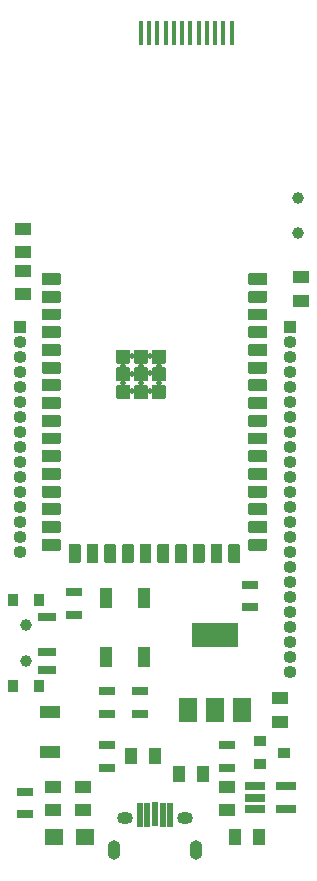
<source format=gbr>
%TF.GenerationSoftware,KiCad,Pcbnew,(5.1.6)-1*%
%TF.CreationDate,2020-08-18T23:06:57+02:00*%
%TF.ProjectId,ESP32-S2-WROOM,45535033-322d-4533-922d-57524f4f4d2e,1.2*%
%TF.SameCoordinates,Original*%
%TF.FileFunction,Soldermask,Top*%
%TF.FilePolarity,Negative*%
%FSLAX46Y46*%
G04 Gerber Fmt 4.6, Leading zero omitted, Abs format (unit mm)*
G04 Created by KiCad (PCBNEW (5.1.6)-1) date 2020-08-18 23:06:57*
%MOMM*%
%LPD*%
G01*
G04 APERTURE LIST*
%ADD10R,1.350000X1.100000*%
%ADD11R,0.500000X2.100000*%
%ADD12O,1.350000X1.050000*%
%ADD13O,1.100000X1.650000*%
%ADD14R,1.400000X0.800000*%
%ADD15R,1.800000X1.000000*%
%ADD16R,0.900000X1.100000*%
%ADD17R,1.600000X0.800000*%
%ADD18C,1.000000*%
%ADD19R,1.600000X2.100000*%
%ADD20R,3.900000X2.100000*%
%ADD21C,0.500000*%
%ADD22R,1.100000X1.350000*%
%ADD23O,1.100000X1.100000*%
%ADD24R,1.100000X1.100000*%
%ADD25R,1.100000X1.700000*%
%ADD26R,1.000000X0.900000*%
%ADD27R,1.600000X1.400000*%
%ADD28R,1.660000X0.750000*%
%ADD29R,0.450000X2.100000*%
G04 APERTURE END LIST*
D10*
%TO.C,C1*%
X102616000Y-121428000D03*
X102616000Y-123428000D03*
%TD*%
%TO.C,C2*%
X90424000Y-121428000D03*
X90424000Y-123428000D03*
%TD*%
%TO.C,C3*%
X85344000Y-76184000D03*
X85344000Y-74184000D03*
%TD*%
%TO.C,C4*%
X85344000Y-79740000D03*
X85344000Y-77740000D03*
%TD*%
%TO.C,C5*%
X87884000Y-121428000D03*
X87884000Y-123428000D03*
%TD*%
%TO.C,C6*%
X108902000Y-80311500D03*
X108902000Y-78311500D03*
%TD*%
D11*
%TO.C,J1*%
X95229680Y-123802140D03*
X95862140Y-123802140D03*
X96507300Y-123794520D03*
X97165160Y-123807220D03*
X97815400Y-123807220D03*
D12*
X94020000Y-124126000D03*
X99020000Y-124126000D03*
D13*
X93020000Y-126826000D03*
X100020000Y-126826000D03*
%TD*%
D14*
%TO.C,R1*%
X102616000Y-117922000D03*
X102616000Y-119822000D03*
%TD*%
%TO.C,R2*%
X92456000Y-117922000D03*
X92456000Y-119822000D03*
%TD*%
%TO.C,R3*%
X95250000Y-113350000D03*
X95250000Y-115250000D03*
%TD*%
%TO.C,R4*%
X92456000Y-113350000D03*
X92456000Y-115250000D03*
%TD*%
D15*
%TO.C,SW1*%
X87630000Y-115140000D03*
X87630000Y-118540000D03*
%TD*%
D16*
%TO.C,SW2*%
X86695500Y-105634000D03*
X86695500Y-112934000D03*
X84485500Y-112934000D03*
X84485500Y-105634000D03*
D17*
X87345500Y-111534000D03*
X87345500Y-110034000D03*
X87345500Y-107034000D03*
D18*
X85585500Y-110784000D03*
X85585500Y-107784000D03*
%TD*%
D19*
%TO.C,U1*%
X99300000Y-114910000D03*
X103900000Y-114910000D03*
X101600000Y-114910000D03*
D20*
X101600000Y-108610000D03*
%TD*%
%TO.C,U2*%
G36*
G01*
X86920000Y-78881000D02*
X86920000Y-78039000D01*
G75*
G02*
X86999000Y-77960000I79000J0D01*
G01*
X88441000Y-77960000D01*
G75*
G02*
X88520000Y-78039000I0J-79000D01*
G01*
X88520000Y-78881000D01*
G75*
G02*
X88441000Y-78960000I-79000J0D01*
G01*
X86999000Y-78960000D01*
G75*
G02*
X86920000Y-78881000I0J79000D01*
G01*
G37*
G36*
G01*
X86920000Y-80381000D02*
X86920000Y-79539000D01*
G75*
G02*
X86999000Y-79460000I79000J0D01*
G01*
X88441000Y-79460000D01*
G75*
G02*
X88520000Y-79539000I0J-79000D01*
G01*
X88520000Y-80381000D01*
G75*
G02*
X88441000Y-80460000I-79000J0D01*
G01*
X86999000Y-80460000D01*
G75*
G02*
X86920000Y-80381000I0J79000D01*
G01*
G37*
G36*
G01*
X86920000Y-81881000D02*
X86920000Y-81039000D01*
G75*
G02*
X86999000Y-80960000I79000J0D01*
G01*
X88441000Y-80960000D01*
G75*
G02*
X88520000Y-81039000I0J-79000D01*
G01*
X88520000Y-81881000D01*
G75*
G02*
X88441000Y-81960000I-79000J0D01*
G01*
X86999000Y-81960000D01*
G75*
G02*
X86920000Y-81881000I0J79000D01*
G01*
G37*
G36*
G01*
X86920000Y-83381000D02*
X86920000Y-82539000D01*
G75*
G02*
X86999000Y-82460000I79000J0D01*
G01*
X88441000Y-82460000D01*
G75*
G02*
X88520000Y-82539000I0J-79000D01*
G01*
X88520000Y-83381000D01*
G75*
G02*
X88441000Y-83460000I-79000J0D01*
G01*
X86999000Y-83460000D01*
G75*
G02*
X86920000Y-83381000I0J79000D01*
G01*
G37*
G36*
G01*
X86920000Y-84881000D02*
X86920000Y-84039000D01*
G75*
G02*
X86999000Y-83960000I79000J0D01*
G01*
X88441000Y-83960000D01*
G75*
G02*
X88520000Y-84039000I0J-79000D01*
G01*
X88520000Y-84881000D01*
G75*
G02*
X88441000Y-84960000I-79000J0D01*
G01*
X86999000Y-84960000D01*
G75*
G02*
X86920000Y-84881000I0J79000D01*
G01*
G37*
G36*
G01*
X86920000Y-86381000D02*
X86920000Y-85539000D01*
G75*
G02*
X86999000Y-85460000I79000J0D01*
G01*
X88441000Y-85460000D01*
G75*
G02*
X88520000Y-85539000I0J-79000D01*
G01*
X88520000Y-86381000D01*
G75*
G02*
X88441000Y-86460000I-79000J0D01*
G01*
X86999000Y-86460000D01*
G75*
G02*
X86920000Y-86381000I0J79000D01*
G01*
G37*
G36*
G01*
X86920000Y-87881000D02*
X86920000Y-87039000D01*
G75*
G02*
X86999000Y-86960000I79000J0D01*
G01*
X88441000Y-86960000D01*
G75*
G02*
X88520000Y-87039000I0J-79000D01*
G01*
X88520000Y-87881000D01*
G75*
G02*
X88441000Y-87960000I-79000J0D01*
G01*
X86999000Y-87960000D01*
G75*
G02*
X86920000Y-87881000I0J79000D01*
G01*
G37*
G36*
G01*
X86920000Y-89381000D02*
X86920000Y-88539000D01*
G75*
G02*
X86999000Y-88460000I79000J0D01*
G01*
X88441000Y-88460000D01*
G75*
G02*
X88520000Y-88539000I0J-79000D01*
G01*
X88520000Y-89381000D01*
G75*
G02*
X88441000Y-89460000I-79000J0D01*
G01*
X86999000Y-89460000D01*
G75*
G02*
X86920000Y-89381000I0J79000D01*
G01*
G37*
G36*
G01*
X86920000Y-90881000D02*
X86920000Y-90039000D01*
G75*
G02*
X86999000Y-89960000I79000J0D01*
G01*
X88441000Y-89960000D01*
G75*
G02*
X88520000Y-90039000I0J-79000D01*
G01*
X88520000Y-90881000D01*
G75*
G02*
X88441000Y-90960000I-79000J0D01*
G01*
X86999000Y-90960000D01*
G75*
G02*
X86920000Y-90881000I0J79000D01*
G01*
G37*
G36*
G01*
X86920000Y-92381000D02*
X86920000Y-91539000D01*
G75*
G02*
X86999000Y-91460000I79000J0D01*
G01*
X88441000Y-91460000D01*
G75*
G02*
X88520000Y-91539000I0J-79000D01*
G01*
X88520000Y-92381000D01*
G75*
G02*
X88441000Y-92460000I-79000J0D01*
G01*
X86999000Y-92460000D01*
G75*
G02*
X86920000Y-92381000I0J79000D01*
G01*
G37*
G36*
G01*
X86920000Y-93881000D02*
X86920000Y-93039000D01*
G75*
G02*
X86999000Y-92960000I79000J0D01*
G01*
X88441000Y-92960000D01*
G75*
G02*
X88520000Y-93039000I0J-79000D01*
G01*
X88520000Y-93881000D01*
G75*
G02*
X88441000Y-93960000I-79000J0D01*
G01*
X86999000Y-93960000D01*
G75*
G02*
X86920000Y-93881000I0J79000D01*
G01*
G37*
G36*
G01*
X86920000Y-95381000D02*
X86920000Y-94539000D01*
G75*
G02*
X86999000Y-94460000I79000J0D01*
G01*
X88441000Y-94460000D01*
G75*
G02*
X88520000Y-94539000I0J-79000D01*
G01*
X88520000Y-95381000D01*
G75*
G02*
X88441000Y-95460000I-79000J0D01*
G01*
X86999000Y-95460000D01*
G75*
G02*
X86920000Y-95381000I0J79000D01*
G01*
G37*
G36*
G01*
X86920000Y-96881000D02*
X86920000Y-96039000D01*
G75*
G02*
X86999000Y-95960000I79000J0D01*
G01*
X88441000Y-95960000D01*
G75*
G02*
X88520000Y-96039000I0J-79000D01*
G01*
X88520000Y-96881000D01*
G75*
G02*
X88441000Y-96960000I-79000J0D01*
G01*
X86999000Y-96960000D01*
G75*
G02*
X86920000Y-96881000I0J79000D01*
G01*
G37*
G36*
G01*
X86920000Y-98381000D02*
X86920000Y-97539000D01*
G75*
G02*
X86999000Y-97460000I79000J0D01*
G01*
X88441000Y-97460000D01*
G75*
G02*
X88520000Y-97539000I0J-79000D01*
G01*
X88520000Y-98381000D01*
G75*
G02*
X88441000Y-98460000I-79000J0D01*
G01*
X86999000Y-98460000D01*
G75*
G02*
X86920000Y-98381000I0J79000D01*
G01*
G37*
G36*
G01*
X86920000Y-99881000D02*
X86920000Y-99039000D01*
G75*
G02*
X86999000Y-98960000I79000J0D01*
G01*
X88441000Y-98960000D01*
G75*
G02*
X88520000Y-99039000I0J-79000D01*
G01*
X88520000Y-99881000D01*
G75*
G02*
X88441000Y-99960000I-79000J0D01*
G01*
X86999000Y-99960000D01*
G75*
G02*
X86920000Y-99881000I0J79000D01*
G01*
G37*
G36*
G01*
X86920000Y-101381000D02*
X86920000Y-100539000D01*
G75*
G02*
X86999000Y-100460000I79000J0D01*
G01*
X88441000Y-100460000D01*
G75*
G02*
X88520000Y-100539000I0J-79000D01*
G01*
X88520000Y-101381000D01*
G75*
G02*
X88441000Y-101460000I-79000J0D01*
G01*
X86999000Y-101460000D01*
G75*
G02*
X86920000Y-101381000I0J79000D01*
G01*
G37*
G36*
G01*
X90141000Y-102510000D02*
X89299000Y-102510000D01*
G75*
G02*
X89220000Y-102431000I0J79000D01*
G01*
X89220000Y-100989000D01*
G75*
G02*
X89299000Y-100910000I79000J0D01*
G01*
X90141000Y-100910000D01*
G75*
G02*
X90220000Y-100989000I0J-79000D01*
G01*
X90220000Y-102431000D01*
G75*
G02*
X90141000Y-102510000I-79000J0D01*
G01*
G37*
G36*
G01*
X91641000Y-102510000D02*
X90799000Y-102510000D01*
G75*
G02*
X90720000Y-102431000I0J79000D01*
G01*
X90720000Y-100989000D01*
G75*
G02*
X90799000Y-100910000I79000J0D01*
G01*
X91641000Y-100910000D01*
G75*
G02*
X91720000Y-100989000I0J-79000D01*
G01*
X91720000Y-102431000D01*
G75*
G02*
X91641000Y-102510000I-79000J0D01*
G01*
G37*
G36*
G01*
X93141000Y-102510000D02*
X92299000Y-102510000D01*
G75*
G02*
X92220000Y-102431000I0J79000D01*
G01*
X92220000Y-100989000D01*
G75*
G02*
X92299000Y-100910000I79000J0D01*
G01*
X93141000Y-100910000D01*
G75*
G02*
X93220000Y-100989000I0J-79000D01*
G01*
X93220000Y-102431000D01*
G75*
G02*
X93141000Y-102510000I-79000J0D01*
G01*
G37*
G36*
G01*
X94641000Y-102510000D02*
X93799000Y-102510000D01*
G75*
G02*
X93720000Y-102431000I0J79000D01*
G01*
X93720000Y-100989000D01*
G75*
G02*
X93799000Y-100910000I79000J0D01*
G01*
X94641000Y-100910000D01*
G75*
G02*
X94720000Y-100989000I0J-79000D01*
G01*
X94720000Y-102431000D01*
G75*
G02*
X94641000Y-102510000I-79000J0D01*
G01*
G37*
G36*
G01*
X96141000Y-102510000D02*
X95299000Y-102510000D01*
G75*
G02*
X95220000Y-102431000I0J79000D01*
G01*
X95220000Y-100989000D01*
G75*
G02*
X95299000Y-100910000I79000J0D01*
G01*
X96141000Y-100910000D01*
G75*
G02*
X96220000Y-100989000I0J-79000D01*
G01*
X96220000Y-102431000D01*
G75*
G02*
X96141000Y-102510000I-79000J0D01*
G01*
G37*
G36*
G01*
X97641000Y-102510000D02*
X96799000Y-102510000D01*
G75*
G02*
X96720000Y-102431000I0J79000D01*
G01*
X96720000Y-100989000D01*
G75*
G02*
X96799000Y-100910000I79000J0D01*
G01*
X97641000Y-100910000D01*
G75*
G02*
X97720000Y-100989000I0J-79000D01*
G01*
X97720000Y-102431000D01*
G75*
G02*
X97641000Y-102510000I-79000J0D01*
G01*
G37*
G36*
G01*
X99141000Y-102510000D02*
X98299000Y-102510000D01*
G75*
G02*
X98220000Y-102431000I0J79000D01*
G01*
X98220000Y-100989000D01*
G75*
G02*
X98299000Y-100910000I79000J0D01*
G01*
X99141000Y-100910000D01*
G75*
G02*
X99220000Y-100989000I0J-79000D01*
G01*
X99220000Y-102431000D01*
G75*
G02*
X99141000Y-102510000I-79000J0D01*
G01*
G37*
G36*
G01*
X100641000Y-102510000D02*
X99799000Y-102510000D01*
G75*
G02*
X99720000Y-102431000I0J79000D01*
G01*
X99720000Y-100989000D01*
G75*
G02*
X99799000Y-100910000I79000J0D01*
G01*
X100641000Y-100910000D01*
G75*
G02*
X100720000Y-100989000I0J-79000D01*
G01*
X100720000Y-102431000D01*
G75*
G02*
X100641000Y-102510000I-79000J0D01*
G01*
G37*
G36*
G01*
X102141000Y-102510000D02*
X101299000Y-102510000D01*
G75*
G02*
X101220000Y-102431000I0J79000D01*
G01*
X101220000Y-100989000D01*
G75*
G02*
X101299000Y-100910000I79000J0D01*
G01*
X102141000Y-100910000D01*
G75*
G02*
X102220000Y-100989000I0J-79000D01*
G01*
X102220000Y-102431000D01*
G75*
G02*
X102141000Y-102510000I-79000J0D01*
G01*
G37*
G36*
G01*
X103641000Y-102510000D02*
X102799000Y-102510000D01*
G75*
G02*
X102720000Y-102431000I0J79000D01*
G01*
X102720000Y-100989000D01*
G75*
G02*
X102799000Y-100910000I79000J0D01*
G01*
X103641000Y-100910000D01*
G75*
G02*
X103720000Y-100989000I0J-79000D01*
G01*
X103720000Y-102431000D01*
G75*
G02*
X103641000Y-102510000I-79000J0D01*
G01*
G37*
G36*
G01*
X106020000Y-100539000D02*
X106020000Y-101381000D01*
G75*
G02*
X105941000Y-101460000I-79000J0D01*
G01*
X104499000Y-101460000D01*
G75*
G02*
X104420000Y-101381000I0J79000D01*
G01*
X104420000Y-100539000D01*
G75*
G02*
X104499000Y-100460000I79000J0D01*
G01*
X105941000Y-100460000D01*
G75*
G02*
X106020000Y-100539000I0J-79000D01*
G01*
G37*
G36*
G01*
X106020000Y-99039000D02*
X106020000Y-99881000D01*
G75*
G02*
X105941000Y-99960000I-79000J0D01*
G01*
X104499000Y-99960000D01*
G75*
G02*
X104420000Y-99881000I0J79000D01*
G01*
X104420000Y-99039000D01*
G75*
G02*
X104499000Y-98960000I79000J0D01*
G01*
X105941000Y-98960000D01*
G75*
G02*
X106020000Y-99039000I0J-79000D01*
G01*
G37*
G36*
G01*
X106020000Y-97539000D02*
X106020000Y-98381000D01*
G75*
G02*
X105941000Y-98460000I-79000J0D01*
G01*
X104499000Y-98460000D01*
G75*
G02*
X104420000Y-98381000I0J79000D01*
G01*
X104420000Y-97539000D01*
G75*
G02*
X104499000Y-97460000I79000J0D01*
G01*
X105941000Y-97460000D01*
G75*
G02*
X106020000Y-97539000I0J-79000D01*
G01*
G37*
G36*
G01*
X106020000Y-96039000D02*
X106020000Y-96881000D01*
G75*
G02*
X105941000Y-96960000I-79000J0D01*
G01*
X104499000Y-96960000D01*
G75*
G02*
X104420000Y-96881000I0J79000D01*
G01*
X104420000Y-96039000D01*
G75*
G02*
X104499000Y-95960000I79000J0D01*
G01*
X105941000Y-95960000D01*
G75*
G02*
X106020000Y-96039000I0J-79000D01*
G01*
G37*
G36*
G01*
X106020000Y-94539000D02*
X106020000Y-95381000D01*
G75*
G02*
X105941000Y-95460000I-79000J0D01*
G01*
X104499000Y-95460000D01*
G75*
G02*
X104420000Y-95381000I0J79000D01*
G01*
X104420000Y-94539000D01*
G75*
G02*
X104499000Y-94460000I79000J0D01*
G01*
X105941000Y-94460000D01*
G75*
G02*
X106020000Y-94539000I0J-79000D01*
G01*
G37*
G36*
G01*
X106020000Y-93039000D02*
X106020000Y-93881000D01*
G75*
G02*
X105941000Y-93960000I-79000J0D01*
G01*
X104499000Y-93960000D01*
G75*
G02*
X104420000Y-93881000I0J79000D01*
G01*
X104420000Y-93039000D01*
G75*
G02*
X104499000Y-92960000I79000J0D01*
G01*
X105941000Y-92960000D01*
G75*
G02*
X106020000Y-93039000I0J-79000D01*
G01*
G37*
G36*
G01*
X106020000Y-91539000D02*
X106020000Y-92381000D01*
G75*
G02*
X105941000Y-92460000I-79000J0D01*
G01*
X104499000Y-92460000D01*
G75*
G02*
X104420000Y-92381000I0J79000D01*
G01*
X104420000Y-91539000D01*
G75*
G02*
X104499000Y-91460000I79000J0D01*
G01*
X105941000Y-91460000D01*
G75*
G02*
X106020000Y-91539000I0J-79000D01*
G01*
G37*
G36*
G01*
X106020000Y-90039000D02*
X106020000Y-90881000D01*
G75*
G02*
X105941000Y-90960000I-79000J0D01*
G01*
X104499000Y-90960000D01*
G75*
G02*
X104420000Y-90881000I0J79000D01*
G01*
X104420000Y-90039000D01*
G75*
G02*
X104499000Y-89960000I79000J0D01*
G01*
X105941000Y-89960000D01*
G75*
G02*
X106020000Y-90039000I0J-79000D01*
G01*
G37*
G36*
G01*
X106020000Y-88539000D02*
X106020000Y-89381000D01*
G75*
G02*
X105941000Y-89460000I-79000J0D01*
G01*
X104499000Y-89460000D01*
G75*
G02*
X104420000Y-89381000I0J79000D01*
G01*
X104420000Y-88539000D01*
G75*
G02*
X104499000Y-88460000I79000J0D01*
G01*
X105941000Y-88460000D01*
G75*
G02*
X106020000Y-88539000I0J-79000D01*
G01*
G37*
G36*
G01*
X106020000Y-87039000D02*
X106020000Y-87881000D01*
G75*
G02*
X105941000Y-87960000I-79000J0D01*
G01*
X104499000Y-87960000D01*
G75*
G02*
X104420000Y-87881000I0J79000D01*
G01*
X104420000Y-87039000D01*
G75*
G02*
X104499000Y-86960000I79000J0D01*
G01*
X105941000Y-86960000D01*
G75*
G02*
X106020000Y-87039000I0J-79000D01*
G01*
G37*
G36*
G01*
X106020000Y-85539000D02*
X106020000Y-86381000D01*
G75*
G02*
X105941000Y-86460000I-79000J0D01*
G01*
X104499000Y-86460000D01*
G75*
G02*
X104420000Y-86381000I0J79000D01*
G01*
X104420000Y-85539000D01*
G75*
G02*
X104499000Y-85460000I79000J0D01*
G01*
X105941000Y-85460000D01*
G75*
G02*
X106020000Y-85539000I0J-79000D01*
G01*
G37*
G36*
G01*
X106020000Y-84039000D02*
X106020000Y-84881000D01*
G75*
G02*
X105941000Y-84960000I-79000J0D01*
G01*
X104499000Y-84960000D01*
G75*
G02*
X104420000Y-84881000I0J79000D01*
G01*
X104420000Y-84039000D01*
G75*
G02*
X104499000Y-83960000I79000J0D01*
G01*
X105941000Y-83960000D01*
G75*
G02*
X106020000Y-84039000I0J-79000D01*
G01*
G37*
G36*
G01*
X106020000Y-82539000D02*
X106020000Y-83381000D01*
G75*
G02*
X105941000Y-83460000I-79000J0D01*
G01*
X104499000Y-83460000D01*
G75*
G02*
X104420000Y-83381000I0J79000D01*
G01*
X104420000Y-82539000D01*
G75*
G02*
X104499000Y-82460000I79000J0D01*
G01*
X105941000Y-82460000D01*
G75*
G02*
X106020000Y-82539000I0J-79000D01*
G01*
G37*
G36*
G01*
X106020000Y-81039000D02*
X106020000Y-81881000D01*
G75*
G02*
X105941000Y-81960000I-79000J0D01*
G01*
X104499000Y-81960000D01*
G75*
G02*
X104420000Y-81881000I0J79000D01*
G01*
X104420000Y-81039000D01*
G75*
G02*
X104499000Y-80960000I79000J0D01*
G01*
X105941000Y-80960000D01*
G75*
G02*
X106020000Y-81039000I0J-79000D01*
G01*
G37*
G36*
G01*
X106020000Y-79539000D02*
X106020000Y-80381000D01*
G75*
G02*
X105941000Y-80460000I-79000J0D01*
G01*
X104499000Y-80460000D01*
G75*
G02*
X104420000Y-80381000I0J79000D01*
G01*
X104420000Y-79539000D01*
G75*
G02*
X104499000Y-79460000I79000J0D01*
G01*
X105941000Y-79460000D01*
G75*
G02*
X106020000Y-79539000I0J-79000D01*
G01*
G37*
G36*
G01*
X106020000Y-78039000D02*
X106020000Y-78881000D01*
G75*
G02*
X105941000Y-78960000I-79000J0D01*
G01*
X104499000Y-78960000D01*
G75*
G02*
X104420000Y-78881000I0J79000D01*
G01*
X104420000Y-78039000D01*
G75*
G02*
X104499000Y-77960000I79000J0D01*
G01*
X105941000Y-77960000D01*
G75*
G02*
X106020000Y-78039000I0J-79000D01*
G01*
G37*
G36*
G01*
X94430000Y-84529800D02*
X94430000Y-85540200D01*
G75*
G02*
X94335200Y-85635000I-94800J0D01*
G01*
X93324800Y-85635000D01*
G75*
G02*
X93230000Y-85540200I0J94800D01*
G01*
X93230000Y-84529800D01*
G75*
G02*
X93324800Y-84435000I94800J0D01*
G01*
X94335200Y-84435000D01*
G75*
G02*
X94430000Y-84529800I0J-94800D01*
G01*
G37*
G36*
G01*
X95930000Y-84529800D02*
X95930000Y-85540200D01*
G75*
G02*
X95835200Y-85635000I-94800J0D01*
G01*
X94824800Y-85635000D01*
G75*
G02*
X94730000Y-85540200I0J94800D01*
G01*
X94730000Y-84529800D01*
G75*
G02*
X94824800Y-84435000I94800J0D01*
G01*
X95835200Y-84435000D01*
G75*
G02*
X95930000Y-84529800I0J-94800D01*
G01*
G37*
G36*
G01*
X97430000Y-84529800D02*
X97430000Y-85540200D01*
G75*
G02*
X97335200Y-85635000I-94800J0D01*
G01*
X96324800Y-85635000D01*
G75*
G02*
X96230000Y-85540200I0J94800D01*
G01*
X96230000Y-84529800D01*
G75*
G02*
X96324800Y-84435000I94800J0D01*
G01*
X97335200Y-84435000D01*
G75*
G02*
X97430000Y-84529800I0J-94800D01*
G01*
G37*
G36*
G01*
X94430000Y-86029800D02*
X94430000Y-87040200D01*
G75*
G02*
X94335200Y-87135000I-94800J0D01*
G01*
X93324800Y-87135000D01*
G75*
G02*
X93230000Y-87040200I0J94800D01*
G01*
X93230000Y-86029800D01*
G75*
G02*
X93324800Y-85935000I94800J0D01*
G01*
X94335200Y-85935000D01*
G75*
G02*
X94430000Y-86029800I0J-94800D01*
G01*
G37*
G36*
G01*
X95930000Y-86029800D02*
X95930000Y-87040200D01*
G75*
G02*
X95835200Y-87135000I-94800J0D01*
G01*
X94824800Y-87135000D01*
G75*
G02*
X94730000Y-87040200I0J94800D01*
G01*
X94730000Y-86029800D01*
G75*
G02*
X94824800Y-85935000I94800J0D01*
G01*
X95835200Y-85935000D01*
G75*
G02*
X95930000Y-86029800I0J-94800D01*
G01*
G37*
G36*
G01*
X97430000Y-86029800D02*
X97430000Y-87040200D01*
G75*
G02*
X97335200Y-87135000I-94800J0D01*
G01*
X96324800Y-87135000D01*
G75*
G02*
X96230000Y-87040200I0J94800D01*
G01*
X96230000Y-86029800D01*
G75*
G02*
X96324800Y-85935000I94800J0D01*
G01*
X97335200Y-85935000D01*
G75*
G02*
X97430000Y-86029800I0J-94800D01*
G01*
G37*
G36*
G01*
X94430000Y-87529800D02*
X94430000Y-88540200D01*
G75*
G02*
X94335200Y-88635000I-94800J0D01*
G01*
X93324800Y-88635000D01*
G75*
G02*
X93230000Y-88540200I0J94800D01*
G01*
X93230000Y-87529800D01*
G75*
G02*
X93324800Y-87435000I94800J0D01*
G01*
X94335200Y-87435000D01*
G75*
G02*
X94430000Y-87529800I0J-94800D01*
G01*
G37*
G36*
G01*
X95930000Y-87529800D02*
X95930000Y-88540200D01*
G75*
G02*
X95835200Y-88635000I-94800J0D01*
G01*
X94824800Y-88635000D01*
G75*
G02*
X94730000Y-88540200I0J94800D01*
G01*
X94730000Y-87529800D01*
G75*
G02*
X94824800Y-87435000I94800J0D01*
G01*
X95835200Y-87435000D01*
G75*
G02*
X95930000Y-87529800I0J-94800D01*
G01*
G37*
G36*
G01*
X97430000Y-87529800D02*
X97430000Y-88540200D01*
G75*
G02*
X97335200Y-88635000I-94800J0D01*
G01*
X96324800Y-88635000D01*
G75*
G02*
X96230000Y-88540200I0J94800D01*
G01*
X96230000Y-87529800D01*
G75*
G02*
X96324800Y-87435000I94800J0D01*
G01*
X97335200Y-87435000D01*
G75*
G02*
X97430000Y-87529800I0J-94800D01*
G01*
G37*
D21*
X93820000Y-85793600D03*
X94582000Y-84980800D03*
X96106000Y-84980800D03*
X96817200Y-85793600D03*
X96817200Y-87266800D03*
X96055200Y-87978000D03*
X94582000Y-87978000D03*
X93820000Y-87266800D03*
X94582000Y-86504800D03*
X96106000Y-86454000D03*
X95344000Y-85793600D03*
X95293200Y-87266800D03*
%TD*%
D22*
%TO.C,C7*%
X100568000Y-120396000D03*
X98568000Y-120396000D03*
%TD*%
%TO.C,C8*%
X96504000Y-118872000D03*
X94504000Y-118872000D03*
%TD*%
D23*
%TO.C,J2*%
X85090000Y-101600000D03*
X85090000Y-100330000D03*
X85090000Y-99060000D03*
X85090000Y-97790000D03*
X85090000Y-96520000D03*
X85090000Y-95250000D03*
X85090000Y-93980000D03*
X85090000Y-92710000D03*
X85090000Y-91440000D03*
X85090000Y-90170000D03*
X85090000Y-88900000D03*
X85090000Y-87630000D03*
X85090000Y-86360000D03*
X85090000Y-85090000D03*
X85090000Y-83820000D03*
D24*
X85090000Y-82550000D03*
%TD*%
D23*
%TO.C,J3*%
X107950000Y-111760000D03*
X107950000Y-110490000D03*
X107950000Y-109220000D03*
X107950000Y-107950000D03*
X107950000Y-106680000D03*
X107950000Y-105410000D03*
X107950000Y-104140000D03*
X107950000Y-102870000D03*
X107950000Y-101600000D03*
X107950000Y-100330000D03*
X107950000Y-99060000D03*
X107950000Y-97790000D03*
X107950000Y-96520000D03*
X107950000Y-95250000D03*
X107950000Y-93980000D03*
X107950000Y-92710000D03*
X107950000Y-91440000D03*
X107950000Y-90170000D03*
X107950000Y-88900000D03*
X107950000Y-87630000D03*
X107950000Y-86360000D03*
X107950000Y-85090000D03*
X107950000Y-83820000D03*
D24*
X107950000Y-82550000D03*
%TD*%
D25*
%TO.C,D1*%
X92380000Y-110450000D03*
X95580000Y-110450000D03*
X92380000Y-105450000D03*
X95580000Y-105450000D03*
%TD*%
D14*
%TO.C,R5*%
X89662000Y-104968000D03*
X89662000Y-106868000D03*
%TD*%
D22*
%TO.C,C9*%
X103330000Y-125666000D03*
X105330000Y-125666000D03*
%TD*%
D26*
%TO.C,D2*%
X107426000Y-118554000D03*
X105426000Y-119504000D03*
X105426000Y-117604000D03*
%TD*%
D27*
%TO.C,D3*%
X87931000Y-125666000D03*
X90631000Y-125666000D03*
%TD*%
D14*
%TO.C,R6*%
X104584000Y-106233000D03*
X104584000Y-104333000D03*
%TD*%
%TO.C,R7*%
X85534500Y-123759000D03*
X85534500Y-121859000D03*
%TD*%
D28*
%TO.C,U3*%
X107649000Y-121414000D03*
X107649000Y-123314000D03*
X104949000Y-123314000D03*
X104949000Y-122364000D03*
X104949000Y-121414000D03*
%TD*%
D10*
%TO.C,C10*%
X107061000Y-113935000D03*
X107061000Y-115935000D03*
%TD*%
D29*
%TO.C,U4*%
X95312000Y-57658000D03*
X96012000Y-57658000D03*
X96712000Y-57658000D03*
X97412000Y-57658000D03*
X98112000Y-57658000D03*
X98812000Y-57658000D03*
X99512000Y-57658000D03*
X100212000Y-57658000D03*
X100912000Y-57658000D03*
X101612000Y-57658000D03*
X102312000Y-57658000D03*
X103012000Y-57658000D03*
%TD*%
D18*
%TO.C,SW3*%
X108661000Y-74588500D03*
X108661000Y-71588500D03*
%TD*%
M02*

</source>
